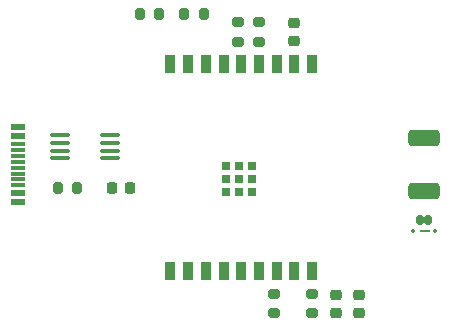
<source format=gtp>
%TF.GenerationSoftware,KiCad,Pcbnew,8.0.6*%
%TF.CreationDate,2024-12-09T16:08:49+11:00*%
%TF.ProjectId,PropellerLampMate,50726f70-656c-46c6-9572-4c616d704d61,rev?*%
%TF.SameCoordinates,Original*%
%TF.FileFunction,Paste,Top*%
%TF.FilePolarity,Positive*%
%FSLAX46Y46*%
G04 Gerber Fmt 4.6, Leading zero omitted, Abs format (unit mm)*
G04 Created by KiCad (PCBNEW 8.0.6) date 2024-12-09 16:08:49*
%MOMM*%
%LPD*%
G01*
G04 APERTURE LIST*
G04 Aperture macros list*
%AMRoundRect*
0 Rectangle with rounded corners*
0 $1 Rounding radius*
0 $2 $3 $4 $5 $6 $7 $8 $9 X,Y pos of 4 corners*
0 Add a 4 corners polygon primitive as box body*
4,1,4,$2,$3,$4,$5,$6,$7,$8,$9,$2,$3,0*
0 Add four circle primitives for the rounded corners*
1,1,$1+$1,$2,$3*
1,1,$1+$1,$4,$5*
1,1,$1+$1,$6,$7*
1,1,$1+$1,$8,$9*
0 Add four rect primitives between the rounded corners*
20,1,$1+$1,$2,$3,$4,$5,0*
20,1,$1+$1,$4,$5,$6,$7,0*
20,1,$1+$1,$6,$7,$8,$9,0*
20,1,$1+$1,$8,$9,$2,$3,0*%
G04 Aperture macros list end*
%ADD10RoundRect,0.225000X0.250000X-0.225000X0.250000X0.225000X-0.250000X0.225000X-0.250000X-0.225000X0*%
%ADD11RoundRect,0.200000X0.275000X-0.200000X0.275000X0.200000X-0.275000X0.200000X-0.275000X-0.200000X0*%
%ADD12RoundRect,0.200000X-0.200000X-0.275000X0.200000X-0.275000X0.200000X0.275000X-0.200000X0.275000X0*%
%ADD13R,1.240000X0.600000*%
%ADD14R,1.240000X0.300000*%
%ADD15RoundRect,0.225000X0.225000X0.250000X-0.225000X0.250000X-0.225000X-0.250000X0.225000X-0.250000X0*%
%ADD16RoundRect,0.200000X-0.275000X0.200000X-0.275000X-0.200000X0.275000X-0.200000X0.275000X0.200000X0*%
%ADD17RoundRect,0.225000X-0.250000X0.225000X-0.250000X-0.225000X0.250000X-0.225000X0.250000X0.225000X0*%
%ADD18RoundRect,0.100000X0.712500X0.100000X-0.712500X0.100000X-0.712500X-0.100000X0.712500X-0.100000X0*%
%ADD19RoundRect,0.200000X0.200000X0.275000X-0.200000X0.275000X-0.200000X-0.275000X0.200000X-0.275000X0*%
%ADD20R,0.700000X0.700000*%
%ADD21R,0.900000X1.500000*%
%ADD22RoundRect,0.150000X-0.150000X-0.250000X0.150000X-0.250000X0.150000X0.250000X-0.150000X0.250000X0*%
%ADD23RoundRect,0.075000X-0.100000X-0.075000X0.100000X-0.075000X0.100000X0.075000X-0.100000X0.075000X0*%
%ADD24RoundRect,0.058750X-0.376250X-0.058750X0.376250X-0.058750X0.376250X0.058750X-0.376250X0.058750X0*%
%ADD25RoundRect,0.250000X1.075000X-0.425000X1.075000X0.425000X-1.075000X0.425000X-1.075000X-0.425000X0*%
G04 APERTURE END LIST*
D10*
%TO.C,C101*%
X176000000Y-47525000D03*
X176000000Y-45975000D03*
%TD*%
D11*
%TO.C,R108*%
X171250000Y-47575000D03*
X171250000Y-45925000D03*
%TD*%
D12*
%TO.C,R105*%
X162925000Y-45200000D03*
X164575000Y-45200000D03*
%TD*%
D13*
%TO.C,J101*%
X152600000Y-54800000D03*
X152600000Y-55600000D03*
D14*
X152600000Y-56750000D03*
X152600000Y-57750000D03*
X152600000Y-58250000D03*
X152600000Y-59250000D03*
D13*
X152600000Y-60400000D03*
X152600000Y-61200000D03*
X152600000Y-61200000D03*
X152600000Y-60400000D03*
D14*
X152600000Y-59750000D03*
X152600000Y-58750000D03*
X152600000Y-57250000D03*
X152600000Y-56250000D03*
D13*
X152600000Y-55600000D03*
X152600000Y-54800000D03*
%TD*%
D15*
%TO.C,C102*%
X162075001Y-60000000D03*
X160525001Y-60000000D03*
%TD*%
D11*
%TO.C,R102*%
X177500000Y-70575000D03*
X177500000Y-68925000D03*
%TD*%
D16*
%TO.C,R107*%
X173000000Y-45925000D03*
X173000000Y-47575000D03*
%TD*%
D17*
%TO.C,C103*%
X179500000Y-69000000D03*
X179500000Y-70550000D03*
%TD*%
D11*
%TO.C,R103*%
X174250000Y-70575000D03*
X174250000Y-68925000D03*
%TD*%
D18*
%TO.C,U103*%
X160412501Y-57475000D03*
X160412501Y-56825000D03*
X160412501Y-56175000D03*
X160412501Y-55525000D03*
X156187501Y-55525000D03*
X156187501Y-56175000D03*
X156187501Y-56825000D03*
X156187501Y-57475000D03*
%TD*%
D17*
%TO.C,C104*%
X181500000Y-69000000D03*
X181500000Y-70550000D03*
%TD*%
D19*
%TO.C,R106*%
X168325000Y-45200000D03*
X166675000Y-45200000D03*
%TD*%
D20*
%TO.C,U104*%
X172400000Y-58110000D03*
X171300000Y-58110000D03*
X170200000Y-58110000D03*
X172400000Y-59210000D03*
X171300000Y-59210000D03*
X170200000Y-59210000D03*
X172400000Y-60310000D03*
X171300000Y-60310000D03*
X170200000Y-60310000D03*
D21*
X177500000Y-49500000D03*
X176000000Y-49500000D03*
X174500000Y-49500000D03*
X173000000Y-49500000D03*
X171500000Y-49500000D03*
X170000000Y-49500000D03*
X168500000Y-49500000D03*
X167000000Y-49500000D03*
X165500000Y-49500000D03*
X165500000Y-67000000D03*
X167000000Y-67000000D03*
X168500000Y-67000000D03*
X170000000Y-67000000D03*
X171500000Y-67000000D03*
X173000000Y-67000000D03*
X174500000Y-67000000D03*
X176000000Y-67000000D03*
X177500000Y-67000000D03*
%TD*%
D22*
%TO.C,U102*%
X186650000Y-62675000D03*
X187350000Y-62675000D03*
D23*
X186075000Y-63650000D03*
D24*
X187040000Y-63650000D03*
D23*
X187925000Y-63650000D03*
%TD*%
D12*
%TO.C,R101*%
X155975001Y-60000000D03*
X157625001Y-60000000D03*
%TD*%
D25*
%TO.C,D101*%
X187000000Y-60250000D03*
X187000000Y-55750000D03*
%TD*%
M02*

</source>
